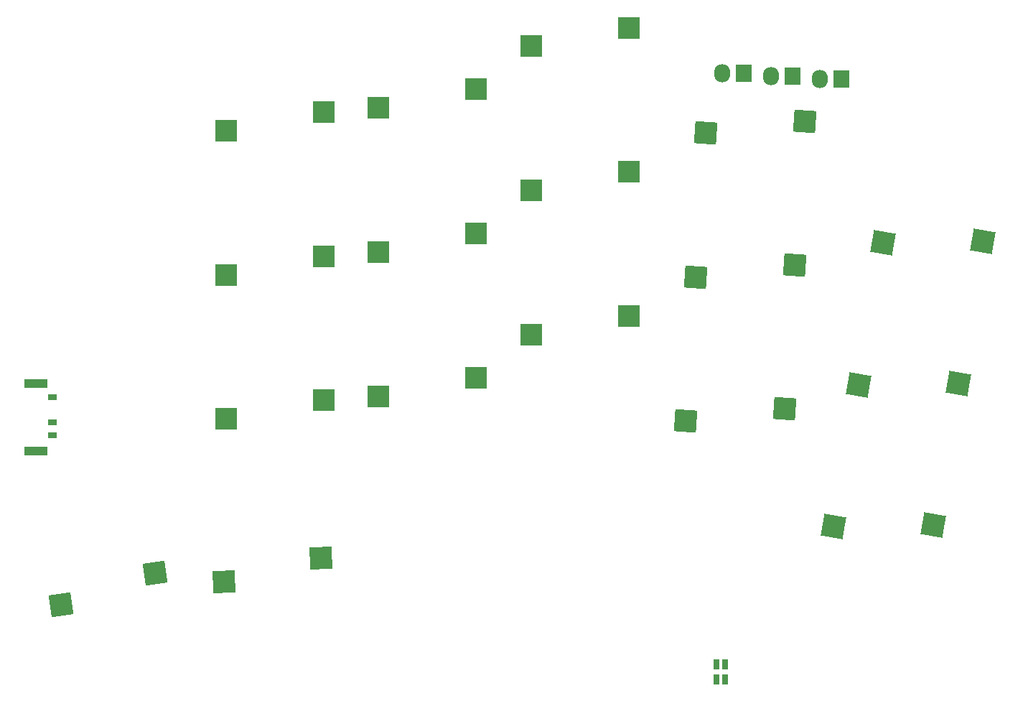
<source format=gtp>
G04 #@! TF.GenerationSoftware,KiCad,Pcbnew,7.0.5*
G04 #@! TF.CreationDate,2023-06-08T22:56:43+10:00*
G04 #@! TF.ProjectId,Klotz,4b6c6f74-7a2e-46b6-9963-61645f706362,0.2*
G04 #@! TF.SameCoordinates,Original*
G04 #@! TF.FileFunction,Paste,Top*
G04 #@! TF.FilePolarity,Positive*
%FSLAX46Y46*%
G04 Gerber Fmt 4.6, Leading zero omitted, Abs format (unit mm)*
G04 Created by KiCad (PCBNEW 7.0.5) date 2023-06-08 22:56:43*
%MOMM*%
%LPD*%
G01*
G04 APERTURE LIST*
G04 Aperture macros list*
%AMRotRect*
0 Rectangle, with rotation*
0 The origin of the aperture is its center*
0 $1 length*
0 $2 width*
0 $3 Rotation angle, in degrees counterclockwise*
0 Add horizontal line*
21,1,$1,$2,0,0,$3*%
G04 Aperture macros list end*
%ADD10O,1.905000X2.159000*%
%ADD11R,1.905000X2.159000*%
%ADD12R,0.635000X1.143000*%
%ADD13R,2.600000X2.600000*%
%ADD14RotRect,2.600000X2.600000X350.000000*%
%ADD15RotRect,2.600000X2.600000X356.000000*%
%ADD16RotRect,2.600000X2.600000X8.000000*%
%ADD17R,1.000000X0.700000*%
%ADD18R,2.800000X1.000000*%
%ADD19RotRect,2.600000X2.600000X3.000000*%
G04 APERTURE END LIST*
D10*
X178719019Y-58478792D03*
D11*
X181243019Y-58478792D03*
D12*
X166524620Y-129250000D03*
X167525380Y-129250000D03*
D13*
X156219862Y-52415117D03*
X144669862Y-54615117D03*
D10*
X173004504Y-58168721D03*
D11*
X175528504Y-58168721D03*
D14*
X192094516Y-111073340D03*
X180337961Y-111234280D03*
D13*
X138227431Y-93691867D03*
X126677431Y-95891867D03*
D15*
X174619367Y-97356910D03*
X162944038Y-98745864D03*
D13*
X156219862Y-69384448D03*
X144669862Y-71584448D03*
D15*
X176983082Y-63453521D03*
X165307753Y-64842475D03*
X175783579Y-80422857D03*
X164108250Y-81811811D03*
D13*
X156219862Y-86389060D03*
X144669862Y-88589060D03*
D16*
X100359517Y-116684148D03*
X89228102Y-120470187D03*
D13*
X120235000Y-96337813D03*
X108685000Y-98537813D03*
D12*
X166524620Y-127475000D03*
X167525380Y-127475000D03*
D14*
X197986162Y-77593302D03*
X186229607Y-77754242D03*
D13*
X120235000Y-79368484D03*
X108685000Y-81568484D03*
D17*
X88225000Y-95935000D03*
X88225000Y-98935000D03*
X88225000Y-100435000D03*
D18*
X86325000Y-94335000D03*
X86325000Y-102285000D03*
D13*
X138227431Y-59682647D03*
X126677431Y-61882647D03*
X120235000Y-62363872D03*
X108685000Y-64563872D03*
D19*
X119919113Y-114943149D03*
X108500081Y-117744614D03*
D13*
X138227431Y-76687259D03*
X126677431Y-78887259D03*
D10*
X167261254Y-57800649D03*
D11*
X169785254Y-57800649D03*
D14*
X195057975Y-94350959D03*
X183301420Y-94511899D03*
M02*

</source>
